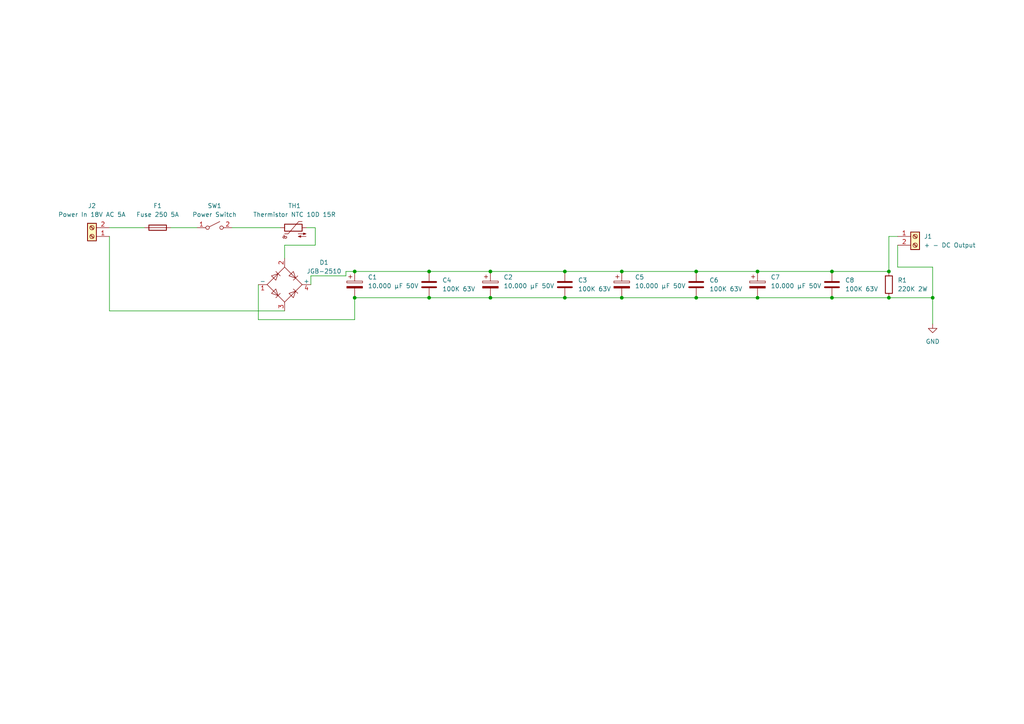
<source format=kicad_sch>
(kicad_sch (version 20250114) (generator "eeschema") (generator_version "9.0")
  (paper "A4")
  (lib_symbols
    (symbol "Connector:Screw_Terminal_01x02" (pin_names (offset 1.016) (hide yes))
      (property "Reference" "J" (at 0 2.54 0))
      (property "Value" "Screw_Terminal_01x02" (at 0 -5.08 0))
      (symbol "Screw_Terminal_01x02_1_1"
        (rectangle (start -1.27 1.27) (end 1.27 -3.81) (stroke (width 0.254)) (fill (type background)))
        (polyline (pts (xy -0.5334 0.3302) (xy 0.3302 -0.508)) (stroke (width 0.1524)))
        (polyline (pts (xy -0.5334 -2.2098) (xy 0.3302 -3.048)) (stroke (width 0.1524)))
        (polyline (pts (xy -0.3556 0.508) (xy 0.508 -0.3302)) (stroke (width 0.1524)))
        (polyline (pts (xy -0.3556 -2.032) (xy 0.508 -2.8702)) (stroke (width 0.1524)))
        (circle (center 0 0) (radius 0.635) (stroke (width 0.1524)))
        (circle (center 0 -2.54) (radius 0.635) (stroke (width 0.1524)))
        (pin passive line (at -5.08 0 0) (length 3.81) (name "Pin_1") (number "1"))
        (pin passive line (at -5.08 -2.54 0) (length 3.81) (name "Pin_2") (number "2"))
      )
    )
    (symbol "Device:C" (pin_numbers (hide yes)) (pin_names (offset 0.254))
      (property "Reference" "C" (at 0.635 2.54 0))
      (property "Value" "C" (at 0.635 -2.54 0))
      (symbol "C_0_1"
        (polyline (pts (xy -2.032 0.762) (xy 2.032 0.762)) (stroke (width 0.508)))
        (polyline (pts (xy -2.032 -0.762) (xy 2.032 -0.762)) (stroke (width 0.508)))
      )
      (symbol "C_1_1"
        (pin passive line (at 0 3.81 270) (length 2.794) (name "~") (number "1"))
        (pin passive line (at 0 -3.81 90) (length 2.794) (name "~") (number "2"))
      )
    )
    (symbol "Device:C_Polarized" (pin_numbers (hide yes)) (pin_names (offset 0.254))
      (property "Reference" "C" (at 0.635 2.54 0))
      (property "Value" "C_Polarized" (at 0.635 -2.54 0))
      (symbol "C_Polarized_0_1"
        (rectangle (start -2.286 0.508) (end 2.286 1.016))
        (polyline (pts (xy -1.778 2.286) (xy -0.762 2.286)))
        (polyline (pts (xy -1.27 2.794) (xy -1.27 1.778)))
        (rectangle (start 2.286 -0.508) (end -2.286 -1.016) (fill (type outline)))
      )
      (symbol "C_Polarized_1_1"
        (pin passive line (at 0 3.81 270) (length 2.794) (name "~") (number "1"))
        (pin passive line (at 0 -3.81 90) (length 2.794) (name "~") (number "2"))
      )
    )
    (symbol "Device:Fuse" (pin_numbers (hide yes)) (pin_names (offset 0))
      (property "Reference" "F" (at 2.032 0 90))
      (property "Value" "Fuse" (at -1.905 0 90))
      (symbol "Fuse_0_1"
        (rectangle (start -0.762 -2.54) (end 0.762 2.54) (stroke (width 0.254)))
        (polyline (pts (xy 0 2.54) (xy 0 -2.54)))
      )
      (symbol "Fuse_1_1"
        (pin passive line (at 0 3.81 270) (length 1.27) (name "~") (number "1"))
        (pin passive line (at 0 -3.81 90) (length 1.27) (name "~") (number "2"))
      )
    )
    (symbol "Device:R" (pin_numbers (hide yes)) (pin_names (offset 0))
      (property "Reference" "R" (at 2.032 0 90))
      (property "Value" "R" (at 0 0 90))
      (symbol "R_0_1"
        (rectangle (start -1.016 -2.54) (end 1.016 2.54) (stroke (width 0.254)))
      )
      (symbol "R_1_1"
        (pin passive line (at 0 3.81 270) (length 1.27) (name "~") (number "1"))
        (pin passive line (at 0 -3.81 90) (length 1.27) (name "~") (number "2"))
      )
    )
    (symbol "Device:Thermistor_NTC" (pin_numbers (hide yes)) (pin_names (offset 0))
      (property "Reference" "TH" (at -4.445 0 90))
      (property "Value" "Thermistor_NTC" (at 3.175 0 90))
      (symbol "Thermistor_NTC_0_1"
        (arc (start -3.175 2.413) (mid -3.0506 2.3165) (end -3.048 2.159))
        (arc (start -3.048 2.794) (mid -2.9736 2.9736) (end -2.794 3.048))
        (arc (start -2.794 3.048) (mid -2.6144 2.9736) (end -2.54 2.794))
        (arc (start -2.794 2.54) (mid -2.9736 2.6144) (end -3.048 2.794))
        (arc (start -2.794 1.905) (mid -2.9736 1.9794) (end -3.048 2.159))
        (arc (start -2.54 2.159) (mid -2.6144 1.9794) (end -2.794 1.905))
        (arc (start -2.159 2.794) (mid -2.434 2.5608) (end -2.794 2.54))
        (polyline (pts (xy -2.54 2.159) (xy -2.54 2.794)))
        (polyline (pts (xy -2.54 -3.683) (xy -2.54 -1.397) (xy -2.794 -2.159) (xy -2.286 -2.159) (xy -2.54 -1.397) (xy -2.54 -1.651)) (fill (type outline)))
        (polyline (pts (xy -1.778 2.54) (xy -1.778 1.524) (xy 1.778 -1.524) (xy 1.778 -2.54)))
        (polyline (pts (xy -1.778 -1.397) (xy -1.778 -3.683) (xy -2.032 -2.921) (xy -1.524 -2.921) (xy -1.778 -3.683) (xy -1.778 -3.429)) (fill (type outline)))
        (rectangle (start -1.016 2.54) (end 1.016 -2.54) (stroke (width 0.254)))
      )
      (symbol "Thermistor_NTC_1_1"
        (pin passive line (at 0 3.81 270) (length 1.27) (name "~") (number "1"))
        (pin passive line (at 0 -3.81 90) (length 1.27) (name "~") (number "2"))
      )
    )
    (symbol "Diode_Bridge:B40C3x00-2200A" (pin_names (offset 0))
      (property "Reference" "D" (at 2.54 6.985 0))
      (property "Value" "B40C3x00-2200A" (at 2.54 5.08 0))
      (symbol "B40C3x00-2200A_0_1"
        (polyline (pts (xy -5.08 0) (xy 0 -5.08) (xy 5.08 0) (xy 0 5.08) (xy -5.08 0)))
        (polyline (pts (xy -3.81 2.54) (xy -2.54 1.27) (xy -1.905 3.175) (xy -3.81 2.54)))
        (polyline (pts (xy -2.54 3.81) (xy -1.27 2.54)))
        (polyline (pts (xy -2.54 -1.27) (xy -3.81 -2.54) (xy -1.905 -3.175) (xy -2.54 -1.27)))
        (polyline (pts (xy -1.27 -2.54) (xy -2.54 -3.81)))
        (polyline (pts (xy 1.27 2.54) (xy 2.54 3.81) (xy 3.175 1.905) (xy 1.27 2.54)))
        (polyline (pts (xy 2.54 1.27) (xy 3.81 2.54)))
        (polyline (pts (xy 2.54 -1.27) (xy 3.81 -2.54)))
        (polyline (pts (xy 3.175 -1.905) (xy 1.27 -2.54) (xy 2.54 -3.81) (xy 3.175 -1.905)))
      )
      (symbol "B40C3x00-2200A_1_1"
        (pin passive line (at -7.62 0 0) (length 2.54) (name "-") (number "1"))
        (pin passive line (at 0 7.62 270) (length 2.54) (name "~") (number "2"))
        (pin passive line (at 0 -7.62 90) (length 2.54) (name "~") (number "3"))
        (pin passive line (at 7.62 0 180) (length 2.54) (name "+") (number "4"))
      )
    )
    (symbol "Switch:SW_SPST" (pin_names (offset 0) (hide yes))
      (property "Reference" "SW" (at 0 3.175 0))
      (property "Value" "SW_SPST" (at 0 -2.54 0))
      (symbol "SW_SPST_0_0"
        (circle (center -2.032 0) (radius 0.508))
        (polyline (pts (xy -1.524 0.254) (xy 1.524 1.778)))
        (circle (center 2.032 0) (radius 0.508))
      )
      (symbol "SW_SPST_1_1"
        (pin passive line (at -5.08 0 0) (length 2.54) (name "A") (number "1"))
        (pin passive line (at 5.08 0 180) (length 2.54) (name "B") (number "2"))
      )
    )
    (symbol "power:GND" (power) (pin_numbers (hide yes)) (pin_names (offset 0) (hide yes))
      (property "Value" "GND" (at 0 -3.81 0))
      (symbol "GND_0_1"
        (polyline (pts (xy 0 0) (xy 0 -1.27) (xy 1.27 -1.27) (xy 0 -2.54) (xy -1.27 -1.27) (xy 0 -1.27)))
      )
      (symbol "GND_1_1"
        (pin power_in line (at 0 0 270) (length 0) (name "~") (number "1"))
      )
    )
  )
  (junction (at 241.3 86.36))
  (junction (at 257.81 78.74))
  (junction (at 201.93 78.74))
  (junction (at 219.71 78.74))
  (junction (at 180.34 78.74))
  (junction (at 102.87 86.36))
  (junction (at 124.46 78.74))
  (junction (at 201.93 86.36))
  (junction (at 142.24 86.36))
  (junction (at 102.87 78.74))
  (junction (at 124.46 86.36))
  (junction (at 180.34 86.36))
  (junction (at 257.81 86.36))
  (junction (at 142.24 78.74))
  (junction (at 241.3 78.74))
  (junction (at 219.71 86.36))
  (junction (at 270.51 86.36))
  (junction (at 163.83 86.36))
  (junction (at 163.83 78.74))
  (wire (pts (xy 219.71 78.74) (xy 241.3 78.74)))
  (wire (pts (xy 102.87 86.36) (xy 102.87 92.71)))
  (wire (pts (xy 180.34 86.36) (xy 201.93 86.36)))
  (wire (pts (xy 270.51 86.36) (xy 257.81 86.36)))
  (wire (pts (xy 91.44 71.12) (xy 82.55 71.12)))
  (wire (pts (xy 90.17 82.55) (xy 90.17 80.01)))
  (wire (pts (xy 163.83 86.36) (xy 180.34 86.36)))
  (wire (pts (xy 257.81 68.58) (xy 257.81 78.74)))
  (wire (pts (xy 260.35 77.47) (xy 270.51 77.47)))
  (wire (pts (xy 31.75 68.58) (xy 31.75 90.17)))
  (wire (pts (xy 270.51 77.47) (xy 270.51 86.36)))
  (wire (pts (xy 260.35 71.12) (xy 260.35 77.47)))
  (wire (pts (xy 201.93 78.74) (xy 219.71 78.74)))
  (wire (pts (xy 31.75 66.04) (xy 41.91 66.04)))
  (wire (pts (xy 100.33 80.01) (xy 100.33 78.74)))
  (wire (pts (xy 163.83 78.74) (xy 180.34 78.74)))
  (wire (pts (xy 102.87 78.74) (xy 124.46 78.74)))
  (wire (pts (xy 180.34 78.74) (xy 201.93 78.74)))
  (wire (pts (xy 142.24 86.36) (xy 163.83 86.36)))
  (wire (pts (xy 241.3 86.36) (xy 257.81 86.36)))
  (wire (pts (xy 91.44 66.04) (xy 91.44 71.12)))
  (wire (pts (xy 74.93 92.71) (xy 102.87 92.71)))
  (wire (pts (xy 270.51 86.36) (xy 270.51 93.98)))
  (wire (pts (xy 74.93 82.55) (xy 74.93 92.71)))
  (wire (pts (xy 241.3 78.74) (xy 257.81 78.74)))
  (wire (pts (xy 88.9 66.04) (xy 91.44 66.04)))
  (wire (pts (xy 124.46 78.74) (xy 142.24 78.74)))
  (wire (pts (xy 124.46 86.36) (xy 142.24 86.36)))
  (wire (pts (xy 49.53 66.04) (xy 57.15 66.04)))
  (wire (pts (xy 90.17 80.01) (xy 100.33 80.01)))
  (wire (pts (xy 260.35 68.58) (xy 257.81 68.58)))
  (wire (pts (xy 82.55 71.12) (xy 82.55 74.93)))
  (wire (pts (xy 219.71 86.36) (xy 241.3 86.36)))
  (wire (pts (xy 142.24 78.74) (xy 163.83 78.74)))
  (wire (pts (xy 67.31 66.04) (xy 81.28 66.04)))
  (wire (pts (xy 100.33 78.74) (xy 102.87 78.74)))
  (wire (pts (xy 102.87 86.36) (xy 124.46 86.36)))
  (wire (pts (xy 31.75 90.17) (xy 82.55 90.17)))
  (wire (pts (xy 201.93 86.36) (xy 219.71 86.36)))
  (symbol (lib_id "Device:C_Polarized") (at 180.34 82.55 0) (unit 1)
    (property "Reference" "C5" (at 184.15 80.3909 0) (effects (justify left)))
    (property "Value" "10.000 µF 50V" (at 184.15 82.9309 0) (effects (justify left)))
    (property "Footprint" "Capacitor_THT:CP_Radial_D25.0mm_P10.00mm_SnapIn" (effects (hide yes)))
    (property "Description" "Polarized capacitor" (effects (hide yes)))
  )
  (symbol (lib_id "Device:C") (at 241.3 82.55 0) (unit 1)
    (property "Reference" "C8" (at 245.11 81.2799 0) (effects (justify left)))
    (property "Value" "100K 63V" (at 245.11 83.8199 0) (effects (justify left)))
    (property "Footprint" "Capacitor_THT:C_Rect_L7.2mm_W3.5mm_P5.00mm_FKS2_FKP2_MKS2_MKP2" (effects (hide yes)))
    (property "Description" "Unpolarized capacitor" (effects (hide yes)))
  )
  (symbol (lib_id "Device:C_Polarized") (at 219.71 82.55 0) (unit 1)
    (property "Reference" "C7" (at 223.52 80.3909 0) (effects (justify left)))
    (property "Value" "10.000 µF 50V" (at 223.52 82.9309 0) (effects (justify left)))
    (property "Footprint" "Capacitor_THT:CP_Radial_D25.0mm_P10.00mm_SnapIn" (effects (hide yes)))
    (property "Description" "Polarized capacitor" (effects (hide yes)))
  )
  (symbol (lib_id "Device:R") (at 257.81 82.55 0) (unit 1)
    (property "Reference" "R1" (at 260.35 81.2799 0) (effects (justify left)))
    (property "Value" "220K 2W" (at 260.35 83.8199 0) (effects (justify left)))
    (property "Footprint" "Resistor_THT:R_Axial_DIN0207_L6.3mm_D2.5mm_P7.62mm_Horizontal" (effects (hide yes)))
    (property "Description" "Resistor" (effects (hide yes)))
  )
  (symbol (lib_id "Device:C") (at 163.83 82.55 0) (unit 1)
    (property "Reference" "C3" (at 167.64 81.2799 0) (effects (justify left)))
    (property "Value" "100K 63V" (at 167.64 83.8199 0) (effects (justify left)))
    (property "Footprint" "Capacitor_THT:C_Rect_L7.2mm_W3.5mm_P5.00mm_FKS2_FKP2_MKS2_MKP2" (effects (hide yes)))
    (property "Description" "Unpolarized capacitor" (effects (hide yes)))
  )
  (symbol (lib_id "Device:Fuse") (at 45.72 66.04 90) (unit 1)
    (property "Reference" "F1" (at 45.72 59.69 90))
    (property "Value" "Fuse 250 5A" (at 45.72 62.23 90))
    (property "Footprint" "Fuse:Fuseholder_Cylinder-6.3x32mm_Schurter_0031-8002_Horizontal_Open" (effects (hide yes)))
    (property "Description" "Fuse" (effects (hide yes)))
  )
  (symbol (lib_id "Device:Thermistor_NTC") (at 85.09 66.04 90) (unit 1)
    (property "Reference" "TH1" (at 85.4075 59.69 90))
    (property "Value" "Thermistor NTC 10D 15R" (at 85.4075 62.23 90))
    (property "Footprint" "Varistor:RV_Disc_D21.5mm_W6.1mm_P7.5mm" (effects (hide yes)))
    (property "Description" "Temperature dependent resistor, negative temperature coefficient" (effects (hide yes)))
  )
  (symbol (lib_id "power:GND") (at 270.51 93.98 0) (unit 1)
    (property "Reference" "#PWR01" (effects (hide yes)))
    (property "Value" "GND" (at 270.51 99.06 0))
    (property "Description" "Power symbol creates a global label with name \"GND\" , ground" (effects (hide yes)))
  )
  (symbol (lib_id "Device:C") (at 124.46 82.55 0) (unit 1)
    (property "Reference" "C4" (at 128.27 81.2799 0) (effects (justify left)))
    (property "Value" "100K 63V" (at 128.27 83.8199 0) (effects (justify left)))
    (property "Footprint" "Capacitor_THT:C_Rect_L7.2mm_W3.5mm_P5.00mm_FKS2_FKP2_MKS2_MKP2" (effects (hide yes)))
    (property "Description" "Unpolarized capacitor" (effects (hide yes)))
  )
  (symbol (lib_id "Connector:Screw_Terminal_01x02") (at 26.67 68.58 180) (unit 1)
    (property "Reference" "J2" (at 26.67 59.69 0))
    (property "Value" "Power In 18V AC 5A" (at 26.67 62.23 0))
    (property "Footprint" "TerminalBlock:TerminalBlock_MaiXu_MX126-5.0-02P_1x02_P5.00mm" (effects (hide yes)))
    (property "Description" "Generic screw terminal, single row, 01x02, script generated (kicad-library-utils/schlib/autogen/connector/)" (effects (hide yes)))
  )
  (symbol (lib_id "Device:C_Polarized") (at 142.24 82.55 0) (unit 1)
    (property "Reference" "C2" (at 146.05 80.3909 0) (effects (justify left)))
    (property "Value" "10.000 µF 50V" (at 146.05 82.9309 0) (effects (justify left)))
    (property "Footprint" "Capacitor_THT:CP_Radial_D25.0mm_P10.00mm_SnapIn" (effects (hide yes)))
    (property "Description" "Polarized capacitor" (effects (hide yes)))
  )
  (symbol (lib_id "Device:C_Polarized") (at 102.87 82.55 0) (unit 1)
    (property "Reference" "C1" (at 106.68 80.3909 0) (effects (justify left)))
    (property "Value" "10.000 µF 50V" (at 106.68 82.9309 0) (effects (justify left)))
    (property "Footprint" "Capacitor_THT:CP_Radial_D25.0mm_P10.00mm_SnapIn" (effects (hide yes)))
    (property "Description" "Polarized capacitor" (effects (hide yes)))
  )
  (symbol (lib_id "Connector:Screw_Terminal_01x02") (at 265.43 68.58 0) (unit 1)
    (property "Reference" "J1" (at 267.97 68.5799 0) (effects (justify left)))
    (property "Value" "+ - DC Output" (at 267.97 71.1199 0) (effects (justify left)))
    (property "Footprint" "TerminalBlock:TerminalBlock_MaiXu_MX126-5.0-02P_1x02_P5.00mm" (effects (hide yes)))
    (property "Description" "Generic screw terminal, single row, 01x02, script generated (kicad-library-utils/schlib/autogen/connector/)" (effects (hide yes)))
  )
  (symbol (lib_id "Switch:SW_SPST") (at 62.23 66.04 0) (unit 1)
    (property "Reference" "SW1" (at 62.23 59.69 0))
    (property "Value" "Power Switch" (at 62.23 62.23 0))
    (property "Footprint" "TerminalBlock:TerminalBlock_MaiXu_MX126-5.0-02P_1x02_P5.00mm" (effects (hide yes)))
    (property "Description" "Single Pole Single Throw (SPST) switch" (effects (hide yes)))
  )
  (symbol (lib_id "Diode_Bridge:B40C3x00-2200A") (at 82.55 82.55 0) (unit 1)
    (property "Reference" "D1" (at 93.98 76.1298 0))
    (property "Value" "JGB-2510" (at 93.98 78.6698 0))
    (property "Footprint" "Diode_THT:Diode_Bridge_32.0x5.6x17.0mm_P10.0mm_P7.5mm" (effects (hide yes)))
    (property "Datasheet" "https://diotec.com/tl_files/diotec/files/pdf/datasheets/b40c3700" (effects (hide yes)))
    (property "Description" "Silicon Bridge Rectifier, 40V Vrms, 2.2A If, pins=-AA+, SIL-package" (effects (hide yes)))
  )
  (symbol (lib_id "Device:C") (at 201.93 82.55 0) (unit 1)
    (property "Reference" "C6" (at 205.74 81.2799 0) (effects (justify left)))
    (property "Value" "100K 63V" (at 205.74 83.8199 0) (effects (justify left)))
    (property "Footprint" "Capacitor_THT:C_Rect_L7.2mm_W3.5mm_P5.00mm_FKS2_FKP2_MKS2_MKP2" (effects (hide yes)))
    (property "Description" "Unpolarized capacitor" (effects (hide yes)))
  )
)
</source>
